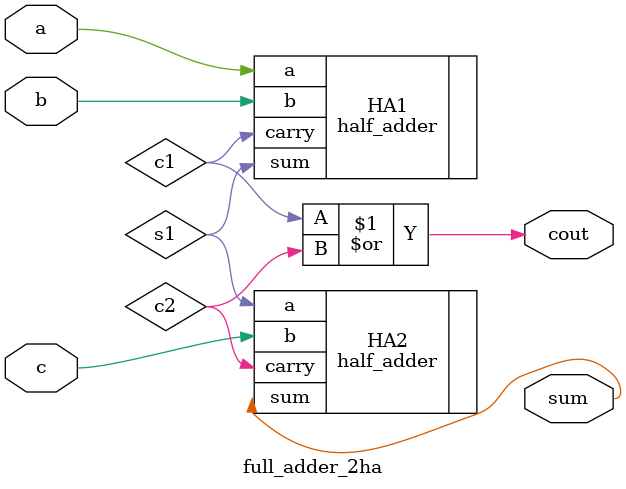
<source format=v>
`timescale 1ns / 1ps
module full_adder_2ha(
input a,
input b,
input c,
output sum,
output cout
    );
    wire s1,c1,c2;
    half_adder HA1(
    .a(a),
    .b(b),
    .sum(s1),
    .carry(c1)
    );
    
      half_adder HA2(
    .a(s1),
    .b(c),
    .sum(sum),
    .carry(c2)
    );
    
    assign cout = c1|c2;
endmodule
</source>
